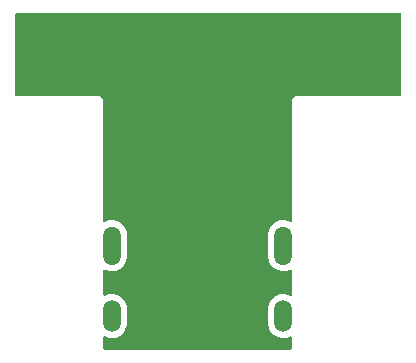
<source format=gbr>
%TF.GenerationSoftware,KiCad,Pcbnew,(6.0.6)*%
%TF.CreationDate,2022-06-22T16:16:20-06:00*%
%TF.ProjectId,21Pin_Fanout_Diodes,32315069-6e5f-4466-916e-6f75745f4469,rev?*%
%TF.SameCoordinates,Original*%
%TF.FileFunction,Copper,L2,Bot*%
%TF.FilePolarity,Positive*%
%FSLAX46Y46*%
G04 Gerber Fmt 4.6, Leading zero omitted, Abs format (unit mm)*
G04 Created by KiCad (PCBNEW (6.0.6)) date 2022-06-22 16:16:20*
%MOMM*%
%LPD*%
G01*
G04 APERTURE LIST*
%TA.AperFunction,ComponentPad*%
%ADD10O,1.500000X2.700000*%
%TD*%
%TA.AperFunction,ComponentPad*%
%ADD11O,1.500000X3.300000*%
%TD*%
%TA.AperFunction,ViaPad*%
%ADD12C,0.800000*%
%TD*%
G04 APERTURE END LIST*
D10*
%TO.P,J1,20*%
%TO.N,N/C*%
X7250000Y-3396000D03*
%TO.P,J1,21*%
X-7250000Y-3396000D03*
D11*
%TO.P,J1,22*%
X7250000Y2564000D03*
%TO.P,J1,23*%
X-7250000Y2564000D03*
%TD*%
D12*
%TO.N,GND*%
X-1770236Y13479764D03*
X4225500Y7000000D03*
X-1487701Y10512299D03*
X-4000000Y5500000D03*
X2724500Y12250000D03*
%TD*%
%TA.AperFunction,Conductor*%
%TO.N,GND*%
G36*
X17183621Y22221498D02*
G01*
X17230114Y22167842D01*
X17241500Y22115500D01*
X17241500Y15384500D01*
X17221498Y15316379D01*
X17167842Y15269886D01*
X17115500Y15258500D01*
X8508623Y15258500D01*
X8507853Y15258502D01*
X8507037Y15258507D01*
X8430279Y15258976D01*
X8407918Y15252585D01*
X8401847Y15250850D01*
X8385085Y15247272D01*
X8355813Y15243080D01*
X8347645Y15239366D01*
X8347644Y15239366D01*
X8332438Y15232452D01*
X8314914Y15226004D01*
X8290229Y15218949D01*
X8282635Y15214157D01*
X8282632Y15214156D01*
X8265220Y15203170D01*
X8250137Y15195031D01*
X8223218Y15182792D01*
X8216416Y15176931D01*
X8203765Y15166030D01*
X8188761Y15154927D01*
X8167042Y15141224D01*
X8161103Y15134499D01*
X8161099Y15134496D01*
X8147468Y15119062D01*
X8135276Y15107018D01*
X8119673Y15093573D01*
X8119671Y15093570D01*
X8112873Y15087713D01*
X8107993Y15080184D01*
X8107992Y15080183D01*
X8098906Y15066165D01*
X8087615Y15051291D01*
X8076569Y15038783D01*
X8070622Y15032049D01*
X8064312Y15018609D01*
X8058058Y15005289D01*
X8049737Y14990309D01*
X8038529Y14973017D01*
X8038527Y14973012D01*
X8033648Y14965485D01*
X8031078Y14956892D01*
X8031076Y14956887D01*
X8026289Y14940880D01*
X8019628Y14923436D01*
X8012533Y14908324D01*
X8008719Y14900200D01*
X8007338Y14891333D01*
X8007338Y14891332D01*
X8004170Y14870985D01*
X8000387Y14854268D01*
X7994485Y14834534D01*
X7994484Y14834528D01*
X7991914Y14825934D01*
X7991859Y14816963D01*
X7991859Y14816962D01*
X7991704Y14791503D01*
X7991671Y14790711D01*
X7991500Y14789614D01*
X7991500Y14758623D01*
X7991498Y14757853D01*
X7991024Y14680279D01*
X7991408Y14678935D01*
X7991500Y14677590D01*
X7991500Y4705927D01*
X7971498Y4637806D01*
X7917842Y4591313D01*
X7847568Y4581209D01*
X7814855Y4590554D01*
X7658180Y4659330D01*
X7658167Y4659335D01*
X7653033Y4661588D01*
X7647582Y4662897D01*
X7647578Y4662898D01*
X7440046Y4712722D01*
X7440045Y4712722D01*
X7434589Y4714032D01*
X7350525Y4718879D01*
X7215917Y4726640D01*
X7215914Y4726640D01*
X7210310Y4726963D01*
X6987285Y4699975D01*
X6772565Y4633918D01*
X6767585Y4631348D01*
X6767581Y4631346D01*
X6577919Y4533454D01*
X6572936Y4530882D01*
X6394708Y4394123D01*
X6243515Y4227964D01*
X6124136Y4037656D01*
X6040344Y3829217D01*
X5994787Y3609233D01*
X5991500Y3552225D01*
X5991500Y1607001D01*
X5991749Y1604214D01*
X5991749Y1604208D01*
X5998009Y1534071D01*
X6006383Y1440238D01*
X6065663Y1223549D01*
X6162378Y1020782D01*
X6293471Y838346D01*
X6454799Y682008D01*
X6641262Y556710D01*
X6846967Y466412D01*
X6852418Y465103D01*
X6852422Y465102D01*
X7025503Y423549D01*
X7065411Y413968D01*
X7149475Y409121D01*
X7284083Y401360D01*
X7284086Y401360D01*
X7289690Y401037D01*
X7512715Y428025D01*
X7727435Y494082D01*
X7732415Y496652D01*
X7732419Y496654D01*
X7807710Y535515D01*
X7877417Y548984D01*
X7943341Y522629D01*
X7984550Y464816D01*
X7991500Y423549D01*
X7991500Y-1554073D01*
X7971498Y-1622194D01*
X7917842Y-1668687D01*
X7847568Y-1678791D01*
X7814855Y-1669446D01*
X7658180Y-1600670D01*
X7658167Y-1600665D01*
X7653033Y-1598412D01*
X7647582Y-1597103D01*
X7647578Y-1597102D01*
X7440046Y-1547278D01*
X7440045Y-1547278D01*
X7434589Y-1545968D01*
X7350525Y-1541121D01*
X7215917Y-1533360D01*
X7215914Y-1533360D01*
X7210310Y-1533037D01*
X6987285Y-1560025D01*
X6772565Y-1626082D01*
X6767585Y-1628652D01*
X6767581Y-1628654D01*
X6577919Y-1726546D01*
X6572936Y-1729118D01*
X6394708Y-1865877D01*
X6243515Y-2032036D01*
X6124136Y-2222344D01*
X6040344Y-2430783D01*
X5994787Y-2650767D01*
X5991500Y-2707775D01*
X5991500Y-4052999D01*
X5991749Y-4055786D01*
X5991749Y-4055792D01*
X5998009Y-4125929D01*
X6006383Y-4219762D01*
X6065663Y-4436451D01*
X6162378Y-4639218D01*
X6293471Y-4821654D01*
X6454799Y-4977992D01*
X6641262Y-5103290D01*
X6846967Y-5193588D01*
X6852418Y-5194897D01*
X6852422Y-5194898D01*
X7025503Y-5236451D01*
X7065411Y-5246032D01*
X7149475Y-5250879D01*
X7284083Y-5258640D01*
X7284086Y-5258640D01*
X7289690Y-5258963D01*
X7512715Y-5231975D01*
X7727435Y-5165918D01*
X7732415Y-5163348D01*
X7732419Y-5163346D01*
X7807710Y-5124485D01*
X7877417Y-5111016D01*
X7943341Y-5137371D01*
X7984550Y-5195184D01*
X7991500Y-5236451D01*
X7991500Y-6115500D01*
X7971498Y-6183621D01*
X7917842Y-6230114D01*
X7865500Y-6241500D01*
X-7865500Y-6241500D01*
X-7933621Y-6221498D01*
X-7980114Y-6167842D01*
X-7991500Y-6115500D01*
X-7991500Y-5237927D01*
X-7971498Y-5169806D01*
X-7917842Y-5123313D01*
X-7847568Y-5113209D01*
X-7814855Y-5122554D01*
X-7658180Y-5191330D01*
X-7658167Y-5191335D01*
X-7653033Y-5193588D01*
X-7647582Y-5194897D01*
X-7647578Y-5194898D01*
X-7474497Y-5236451D01*
X-7434589Y-5246032D01*
X-7350525Y-5250879D01*
X-7215917Y-5258640D01*
X-7215914Y-5258640D01*
X-7210310Y-5258963D01*
X-6987285Y-5231975D01*
X-6772565Y-5165918D01*
X-6767585Y-5163348D01*
X-6767581Y-5163346D01*
X-6577919Y-5065454D01*
X-6577918Y-5065454D01*
X-6572936Y-5062882D01*
X-6394708Y-4926123D01*
X-6243515Y-4759964D01*
X-6124136Y-4569656D01*
X-6040344Y-4361217D01*
X-5994787Y-4141233D01*
X-5991500Y-4084225D01*
X-5991500Y-2739001D01*
X-5994449Y-2705952D01*
X-6005884Y-2577833D01*
X-6006383Y-2572238D01*
X-6065663Y-2355549D01*
X-6162378Y-2152782D01*
X-6293471Y-1970346D01*
X-6454799Y-1814008D01*
X-6641262Y-1688710D01*
X-6846967Y-1598412D01*
X-6852418Y-1597103D01*
X-6852422Y-1597102D01*
X-7059954Y-1547278D01*
X-7059955Y-1547278D01*
X-7065411Y-1545968D01*
X-7149475Y-1541121D01*
X-7284083Y-1533360D01*
X-7284086Y-1533360D01*
X-7289690Y-1533037D01*
X-7512715Y-1560025D01*
X-7727435Y-1626082D01*
X-7732415Y-1628652D01*
X-7732419Y-1628654D01*
X-7807710Y-1667515D01*
X-7877417Y-1680984D01*
X-7943341Y-1654629D01*
X-7984550Y-1596816D01*
X-7991500Y-1555549D01*
X-7991500Y422073D01*
X-7971498Y490194D01*
X-7917842Y536687D01*
X-7847568Y546791D01*
X-7814855Y537446D01*
X-7658180Y468670D01*
X-7658167Y468665D01*
X-7653033Y466412D01*
X-7647582Y465103D01*
X-7647578Y465102D01*
X-7474497Y423549D01*
X-7434589Y413968D01*
X-7350525Y409121D01*
X-7215917Y401360D01*
X-7215914Y401360D01*
X-7210310Y401037D01*
X-6987285Y428025D01*
X-6772565Y494082D01*
X-6767585Y496652D01*
X-6767581Y496654D01*
X-6577919Y594546D01*
X-6577918Y594546D01*
X-6572936Y597118D01*
X-6394708Y733877D01*
X-6243515Y900036D01*
X-6124136Y1090344D01*
X-6040344Y1298783D01*
X-5994787Y1518767D01*
X-5991500Y1575775D01*
X-5991500Y3520999D01*
X-5994449Y3554048D01*
X-6005884Y3682167D01*
X-6006383Y3687762D01*
X-6065663Y3904451D01*
X-6162378Y4107218D01*
X-6293471Y4289654D01*
X-6454799Y4445992D01*
X-6641262Y4571290D01*
X-6846967Y4661588D01*
X-6852418Y4662897D01*
X-6852422Y4662898D01*
X-7059954Y4712722D01*
X-7059955Y4712722D01*
X-7065411Y4714032D01*
X-7149475Y4718879D01*
X-7284083Y4726640D01*
X-7284086Y4726640D01*
X-7289690Y4726963D01*
X-7512715Y4699975D01*
X-7727435Y4633918D01*
X-7732415Y4631348D01*
X-7732419Y4631346D01*
X-7807710Y4592485D01*
X-7877417Y4579016D01*
X-7943341Y4605371D01*
X-7984550Y4663184D01*
X-7991500Y4704451D01*
X-7991500Y14741377D01*
X-7991498Y14742147D01*
X-7991200Y14790898D01*
X-7991024Y14819721D01*
X-7999150Y14848153D01*
X-8002728Y14864915D01*
X-8005648Y14885302D01*
X-8006920Y14894187D01*
X-8017549Y14917564D01*
X-8023996Y14935087D01*
X-8028584Y14951138D01*
X-8031051Y14959771D01*
X-8035844Y14967368D01*
X-8046830Y14984780D01*
X-8054970Y14999865D01*
X-8057436Y15005289D01*
X-8067208Y15026782D01*
X-8083970Y15046235D01*
X-8095073Y15061239D01*
X-8108776Y15082958D01*
X-8115501Y15088897D01*
X-8115504Y15088901D01*
X-8130938Y15102532D01*
X-8142982Y15114724D01*
X-8156427Y15130327D01*
X-8156430Y15130329D01*
X-8162287Y15137127D01*
X-8175991Y15146010D01*
X-8183835Y15151094D01*
X-8198709Y15162385D01*
X-8211217Y15173431D01*
X-8211218Y15173432D01*
X-8217951Y15179378D01*
X-8244713Y15191943D01*
X-8259691Y15200263D01*
X-8276983Y15211471D01*
X-8276988Y15211473D01*
X-8284515Y15216352D01*
X-8293108Y15218922D01*
X-8293113Y15218924D01*
X-8309120Y15223711D01*
X-8326564Y15230372D01*
X-8341676Y15237467D01*
X-8341678Y15237468D01*
X-8349800Y15241281D01*
X-8358667Y15242662D01*
X-8358668Y15242662D01*
X-8369522Y15244352D01*
X-8379017Y15245830D01*
X-8395732Y15249613D01*
X-8415466Y15255515D01*
X-8415472Y15255516D01*
X-8424066Y15258086D01*
X-8433037Y15258141D01*
X-8433038Y15258141D01*
X-8443097Y15258202D01*
X-8458506Y15258296D01*
X-8459289Y15258329D01*
X-8460386Y15258500D01*
X-8491377Y15258500D01*
X-8492147Y15258502D01*
X-8565785Y15258952D01*
X-8565786Y15258952D01*
X-8569721Y15258976D01*
X-8571065Y15258592D01*
X-8572410Y15258500D01*
X-15365500Y15258500D01*
X-15433621Y15278502D01*
X-15480114Y15332158D01*
X-15491500Y15384500D01*
X-15491500Y22115500D01*
X-15471498Y22183621D01*
X-15417842Y22230114D01*
X-15365500Y22241500D01*
X17115500Y22241500D01*
X17183621Y22221498D01*
G37*
%TD.AperFunction*%
%TD*%
M02*

</source>
